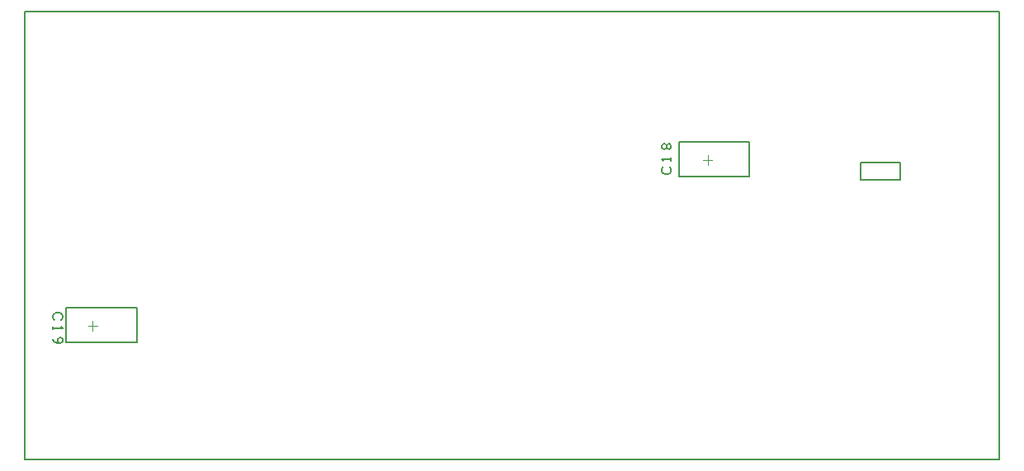
<source format=gbr>
%FSLAX23Y23*%
%MOIN*%
G04 EasyPC Gerber Version 12.0.1 Build 2704 *
%ADD11C,0.00100*%
%ADD12C,0.00500*%
X0Y0D02*
D02*
D11*
X2782Y1212D02*
X2821D01*
X2802Y1192D02*
Y1231D01*
X298Y542D02*
X337D01*
X317Y523D02*
Y562D01*
D02*
D12*
X3979Y3D02*
X44D01*
Y1811*
X3979*
Y3*
X3418Y1131D02*
X3578D01*
Y1201*
X3418*
Y1131*
X2686Y1145D02*
X2970D01*
Y1285*
X2686*
Y1145*
X2648Y1185D02*
X2651Y1182D01*
X2654Y1175*
Y1166*
X2651Y1160*
X2648Y1157*
X2642Y1154*
X2629*
X2623Y1157*
X2620Y1160*
X2617Y1166*
Y1175*
X2620Y1182*
X2623Y1185*
X2654Y1210D02*
Y1222D01*
Y1216D02*
X2617D01*
X2623Y1210*
X2636Y1263D02*
Y1269D01*
X2632Y1275*
X2626Y1279*
X2620Y1275*
X2617Y1269*
Y1263*
X2620Y1257*
X2626Y1254*
X2632Y1257*
X2636Y1263*
X2639Y1257*
X2645Y1254*
X2651Y1257*
X2654Y1263*
Y1269*
X2651Y1275*
X2645Y1279*
X2639Y1275*
X2636Y1269*
X495Y616D02*
X211D01*
Y476*
X495*
Y616*
X164Y565D02*
X160Y568D01*
X157Y574*
Y583*
X160Y590*
X164Y593*
X170Y596*
X182*
X189Y593*
X192Y590*
X195Y583*
Y574*
X192Y568*
X189Y565*
X157Y540D02*
Y527D01*
Y533D02*
X195D01*
X189Y540*
X157Y487D02*
X160Y480D01*
X167Y474*
X176Y471*
X185*
X192Y474*
X195Y480*
Y487*
X192Y493*
X185Y496*
X179Y493*
X176Y487*
Y480*
X179Y474*
X185Y471*
X0Y0D02*
M02*

</source>
